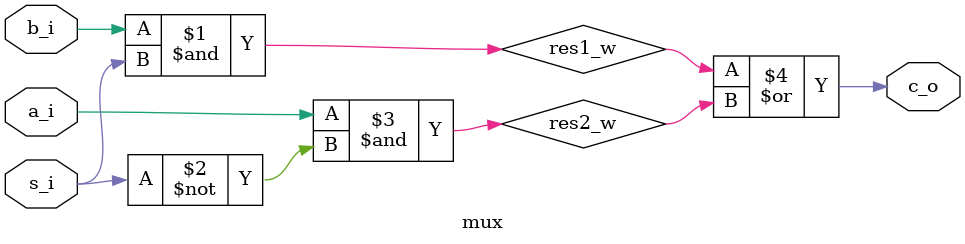
<source format=v>
`timescale 1ns / 1ps

/*******************************************************************
*
* Module: mux.v
* Project: RISC-V_CPU
* Author: Yahia Kilany
* Author: Ouail Slama 
* Description: 
*   2-to-1 multiplexer using gate-level logic.
*   Outputs a_i when s_i = 0 and b_i when s_i = 1.
*
* Change history:
*   09/30/2025 – Initial lab version created
*   11/02/2025 – Adapted and cleaned for project use (Yahia)
*
*******************************************************************/

module mux (
    input  wire s_i,   // select
    input  wire a_i,   // input A
    input  wire b_i,   // input B
    output wire c_o    // output
);
    wire res1_w;
    wire res2_w;

    // Internal logic using gate-level modeling
    and and1 (res1_w, b_i, s_i);
    and and2 (res2_w, a_i, ~s_i);
    or  or1  (c_o, res1_w, res2_w);

endmodule
</source>
